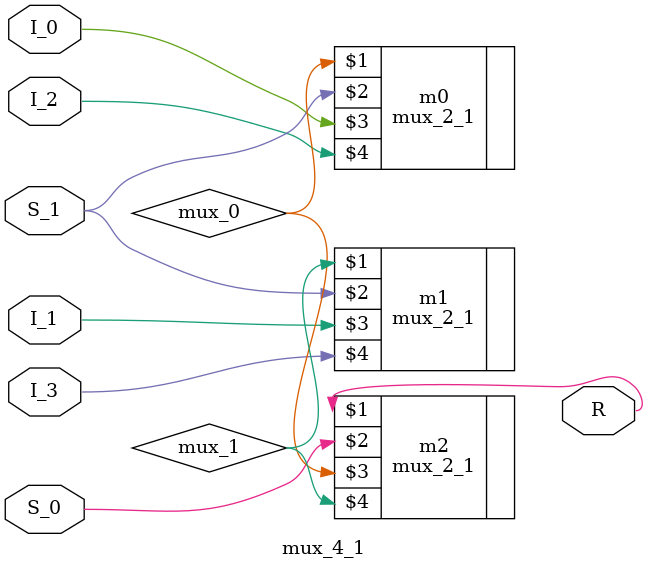
<source format=v>
module mux_4_1(R, S_0, S_1, I_0, I_1, I_2, I_3);

output R;
input S_0, S_1, I_0, I_1, I_2, I_3;

	wire mux_0, mux_1;
	
	mux_2_1 m0(mux_0, S_1, I_0, I_2);
	mux_2_1 m1(mux_1, S_1, I_1, I_3);

	mux_2_1 m2(R, S_0, mux_0, mux_1);

endmodule 
</source>
